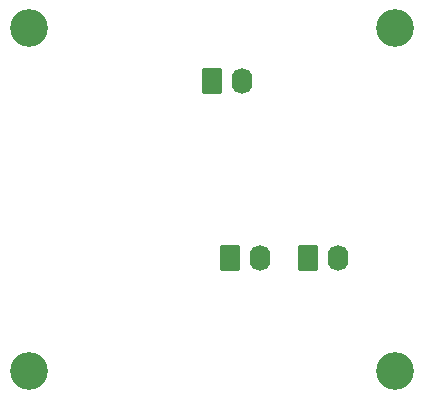
<source format=gbr>
G04 #@! TF.GenerationSoftware,KiCad,Pcbnew,8.0.0*
G04 #@! TF.CreationDate,2024-03-03T20:56:18-06:00*
G04 #@! TF.ProjectId,Haptic Feeback board,48617074-6963-4204-9665-656261636b20,rev?*
G04 #@! TF.SameCoordinates,Original*
G04 #@! TF.FileFunction,Soldermask,Bot*
G04 #@! TF.FilePolarity,Negative*
%FSLAX46Y46*%
G04 Gerber Fmt 4.6, Leading zero omitted, Abs format (unit mm)*
G04 Created by KiCad (PCBNEW 8.0.0) date 2024-03-03 20:56:18*
%MOMM*%
%LPD*%
G01*
G04 APERTURE LIST*
G04 Aperture macros list*
%AMRoundRect*
0 Rectangle with rounded corners*
0 $1 Rounding radius*
0 $2 $3 $4 $5 $6 $7 $8 $9 X,Y pos of 4 corners*
0 Add a 4 corners polygon primitive as box body*
4,1,4,$2,$3,$4,$5,$6,$7,$8,$9,$2,$3,0*
0 Add four circle primitives for the rounded corners*
1,1,$1+$1,$2,$3*
1,1,$1+$1,$4,$5*
1,1,$1+$1,$6,$7*
1,1,$1+$1,$8,$9*
0 Add four rect primitives between the rounded corners*
20,1,$1+$1,$2,$3,$4,$5,0*
20,1,$1+$1,$4,$5,$6,$7,0*
20,1,$1+$1,$6,$7,$8,$9,0*
20,1,$1+$1,$8,$9,$2,$3,0*%
G04 Aperture macros list end*
%ADD10C,3.200000*%
%ADD11RoundRect,0.250000X-0.620000X-0.845000X0.620000X-0.845000X0.620000X0.845000X-0.620000X0.845000X0*%
%ADD12O,1.740000X2.190000*%
G04 APERTURE END LIST*
D10*
G04 #@! TO.C,H3*
X125500000Y-112000000D03*
G04 #@! TD*
G04 #@! TO.C,H2*
X125500000Y-83000000D03*
G04 #@! TD*
G04 #@! TO.C,H4*
X156500000Y-112000000D03*
G04 #@! TD*
D11*
G04 #@! TO.C,J2*
X140995400Y-87497600D03*
D12*
X143535400Y-87497600D03*
G04 #@! TD*
D10*
G04 #@! TO.C,H1*
X156500000Y-83000000D03*
G04 #@! TD*
D11*
G04 #@! TO.C,M2*
X149148800Y-102438200D03*
D12*
X151688800Y-102438200D03*
G04 #@! TD*
D11*
G04 #@! TO.C,M1*
X142544800Y-102432800D03*
D12*
X145084800Y-102432800D03*
G04 #@! TD*
M02*

</source>
